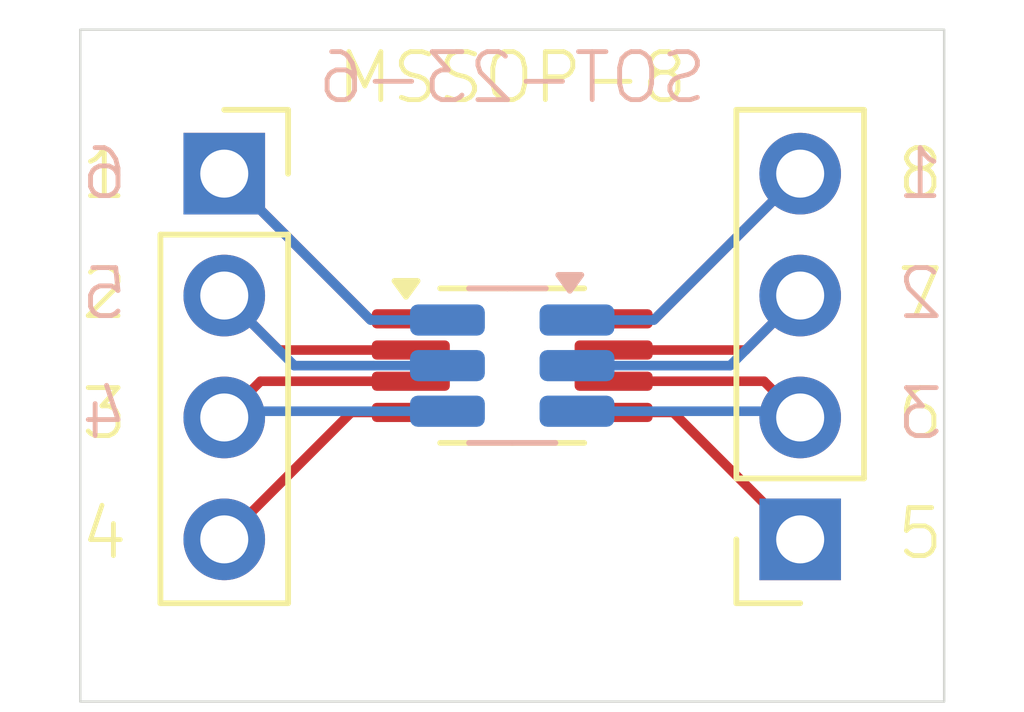
<source format=kicad_pcb>
(kicad_pcb (version 20240108) (generator "pcbnew") (generator_version "8.0")
  (layers (0 "F.Cu" signal) (31 "B.Cu" signal) (34 "B.Paste" user) (35 "F.Paste" user) (36 "B.SilkS" user "B.Silkscreen") (37 "F.SilkS" user "F.Silkscreen") (38 "B.Mask" user) (39 "F.Mask" user) (44 "Edge.Cuts" user))
  (net 0 "")
  (net 1 "Net-(J1-Pin_5)")
  (net 2 "Net-(J1-Pin_8)")
  (net 3 "Net-(J1-Pin_4)")
  (net 4 "Net-(J1-Pin_7)")
  (net 5 "Net-(J1-Pin_6)")
  (net 6 "Net-(J1-Pin_3)")
  (net 7 "Net-(J1-Pin_2)")
  (net 8 "Net-(J1-Pin_1)")
  (footprint "Package_SO:MSOP-8_3x3mm_P0.65mm" (layer "F.Cu") (at 56 54)
    (property "Reference" "J1" (hide yes))
    (property "Value" "Conn_01x08")
    (fp_line (start 0 -1.61) (end -1.5 -1.61) (stroke (width 0.12)) (layer "F.SilkS"))
    (fp_line (start 0 -1.61) (end 1.5 -1.61) (stroke (width 0.12)) (layer "F.SilkS"))
    (fp_line (start 0 1.61) (end -1.5 1.61) (stroke (width 0.12)) (layer "F.SilkS"))
    (fp_line (start 0 1.61) (end 1.5 1.61) (stroke (width 0.12)) (layer "F.SilkS"))
    (fp_poly (pts (xy -2.2125 -1.435) (xy -2.4525 -1.765) (xy -1.9725 -1.765) (xy -2.2125 -1.435)) (stroke (width 0.12)) (fill solid) (layer "F.SilkS"))
    (pad "1" smd roundrect (at -2.1125 -0.975) (size 1.625 0.4) (layers "F.Cu" "F.Paste" "F.Mask") (net 8 "Net-(J1-Pin_1)"))
    (pad "2" smd roundrect (at -2.1125 -0.325) (size 1.625 0.4) (layers "F.Cu" "F.Paste" "F.Mask") (net 7 "Net-(J1-Pin_2)"))
    (pad "3" smd roundrect (at -2.1125 0.325) (size 1.625 0.4) (layers "F.Cu" "F.Paste" "F.Mask") (net 6 "Net-(J1-Pin_3)"))
    (pad "4" smd roundrect (at -2.1125 0.975) (size 1.625 0.4) (layers "F.Cu" "F.Paste" "F.Mask") (net 3 "Net-(J1-Pin_4)"))
    (pad "5" smd roundrect (at 2.1125 0.975) (size 1.625 0.4) (layers "F.Cu" "F.Paste" "F.Mask") (net 1 "Net-(J1-Pin_5)"))
    (pad "6" smd roundrect (at 2.1125 0.325) (size 1.625 0.4) (layers "F.Cu" "F.Paste" "F.Mask") (net 5 "Net-(J1-Pin_6)"))
    (pad "7" smd roundrect (at 2.1125 -0.325) (size 1.625 0.4) (layers "F.Cu" "F.Paste" "F.Mask") (net 4 "Net-(J1-Pin_7)"))
    (pad "8" smd roundrect (at 2.1125 -0.975) (size 1.625 0.4) (layers "F.Cu" "F.Paste" "F.Mask") (net 2 "Net-(J1-Pin_8)"))
  )
  (footprint "Connector_PinSocket_2.54mm:PinSocket_1x04_P2.54mm_Vertical" (layer "F.Cu") (at 50 50)
    (property "Reference" "J2" (hide yes))
    (property "Value" "Conn_01x04")
    (fp_line (start -1.33 1.27) (end -1.33 8.95) (stroke (width 0.12)) (layer "F.SilkS"))
    (fp_line (start -1.33 1.27) (end 1.33 1.27) (stroke (width 0.12)) (layer "F.SilkS"))
    (fp_line (start -1.33 8.95) (end 1.33 8.95) (stroke (width 0.12)) (layer "F.SilkS"))
    (fp_line (start 0 -1.33) (end 1.33 -1.33) (stroke (width 0.12)) (layer "F.SilkS"))
    (fp_line (start 1.33 -1.33) (end 1.33 0) (stroke (width 0.12)) (layer "F.SilkS"))
    (fp_line (start 1.33 1.27) (end 1.33 8.95) (stroke (width 0.12)) (layer "F.SilkS"))
    (pad "1" thru_hole rect (at 0 0) (size 1.7 1.7) (drill 1) (layers "*.Cu" "*.Mask") (net 8 "Net-(J1-Pin_1)"))
    (pad "2" thru_hole oval (at 0 2.54) (size 1.7 1.7) (drill 1) (layers "*.Cu" "*.Mask") (net 7 "Net-(J1-Pin_2)"))
    (pad "3" thru_hole oval (at 0 5.08) (size 1.7 1.7) (drill 1) (layers "*.Cu" "*.Mask") (net 6 "Net-(J1-Pin_3)"))
    (pad "4" thru_hole oval (at 0 7.62) (size 1.7 1.7) (drill 1) (layers "*.Cu" "*.Mask") (net 3 "Net-(J1-Pin_4)"))
  )
  (footprint "Connector_PinSocket_2.54mm:PinSocket_1x04_P2.54mm_Vertical" (layer "F.Cu") (at 62 57.62 180)
    (property "Reference" "J3" (hide yes))
    (property "Value" "Conn_01x04")
    (fp_line (start 1.33 1.27) (end 1.33 8.95) (stroke (width 0.12)) (layer "F.SilkS"))
    (fp_line (start 1.33 -1.33) (end 1.33 0) (stroke (width 0.12)) (layer "F.SilkS"))
    (fp_line (start 0 -1.33) (end 1.33 -1.33) (stroke (width 0.12)) (layer "F.SilkS"))
    (fp_line (start -1.33 8.95) (end 1.33 8.95) (stroke (width 0.12)) (layer "F.SilkS"))
    (fp_line (start -1.33 1.27) (end 1.33 1.27) (stroke (width 0.12)) (layer "F.SilkS"))
    (fp_line (start -1.33 1.27) (end -1.33 8.95) (stroke (width 0.12)) (layer "F.SilkS"))
    (pad "1" thru_hole rect (at 0 0 180) (size 1.7 1.7) (drill 1) (layers "*.Cu" "*.Mask") (net 1 "Net-(J1-Pin_5)"))
    (pad "2" thru_hole oval (at 0 2.54 180) (size 1.7 1.7) (drill 1) (layers "*.Cu" "*.Mask") (net 5 "Net-(J1-Pin_6)"))
    (pad "3" thru_hole oval (at 0 5.08 180) (size 1.7 1.7) (drill 1) (layers "*.Cu" "*.Mask") (net 4 "Net-(J1-Pin_7)"))
    (pad "4" thru_hole oval (at 0 7.62 180) (size 1.7 1.7) (drill 1) (layers "*.Cu" "*.Mask") (net 2 "Net-(J1-Pin_8)"))
  )
  (footprint "Package_TO_SOT_SMD:SOT-23-6_Handsoldering" (layer "B.Cu") (at 56 54 180)
    (property "Reference" "J4" (hide yes))
    (property "Value" "Conn_01x06")
    (fp_line (start 0.9 1.61) (end 0.1 1.61) (stroke (width 0.12)) (layer "B.SilkS"))
    (fp_line (start 0.9 -1.61) (end -0.9 -1.61) (stroke (width 0.12)) (layer "B.SilkS"))
    (fp_line (start -0.7 1.61) (end 0.1 1.61) (stroke (width 0.12)) (layer "B.SilkS"))
    (fp_poly (pts (xy -1.2 1.56) (xy -1.44 1.89) (xy -0.96 1.89) (xy -1.2 1.56)) (stroke (width 0.12)) (fill solid) (layer "B.SilkS"))
    (pad "1" smd roundrect (at -1.35 0.95 180) (size 1.56 0.65) (layers "B.Cu" "B.Paste" "B.Mask") (net 2 "Net-(J1-Pin_8)"))
    (pad "2" smd roundrect (at -1.35 0 180) (size 1.56 0.65) (layers "B.Cu" "B.Paste" "B.Mask") (net 4 "Net-(J1-Pin_7)"))
    (pad "3" smd roundrect (at -1.35 -0.95 180) (size 1.56 0.65) (layers "B.Cu" "B.Paste" "B.Mask") (net 5 "Net-(J1-Pin_6)"))
    (pad "4" smd roundrect (at 1.35 -0.95 180) (size 1.56 0.65) (layers "B.Cu" "B.Paste" "B.Mask") (net 6 "Net-(J1-Pin_3)"))
    (pad "5" smd roundrect (at 1.35 0 180) (size 1.56 0.65) (layers "B.Cu" "B.Paste" "B.Mask") (net 7 "Net-(J1-Pin_2)"))
    (pad "6" smd roundrect (at 1.35 0.95 180) (size 1.56 0.65) (layers "B.Cu" "B.Paste" "B.Mask") (net 8 "Net-(J1-Pin_1)"))
  )
  (gr_rect (start 47 47) (end 65 61) (stroke (width 0.05)) (fill none) (layer "Edge.Cuts"))
  (gr_text "6" (at 47.5 50 -0) (layer "B.SilkS") (effects (font (size 1 1) (thickness 0.1)) (justify mirror)))
  (gr_text "4" (at 47.5 55 -0) (layer "B.SilkS") (effects (font (size 1 1) (thickness 0.1)) (justify mirror)))
  (gr_text "2" (at 64.5 52.5 -0) (layer "B.SilkS") (effects (font (size 1 1) (thickness 0.1)) (justify mirror)))
  (gr_text "5" (at 47.5 52.5 -0) (layer "B.SilkS") (effects (font (size 1 1) (thickness 0.1)) (justify mirror)))
  (gr_text "1" (at 64.5 50 -0) (layer "B.SilkS") (effects (font (size 1 1) (thickness 0.1)) (justify mirror)))
  (gr_text "SOT-23-6" (at 56 48 0) (layer "B.SilkS") (effects (font (size 1 1) (thickness 0.1)) (justify mirror)))
  (gr_text "3" (at 64.5 55 -0) (layer "B.SilkS") (effects (font (size 1 1) (thickness 0.1)) (justify mirror)))
  (gr_text "3" (at 47.5 55 0) (layer "F.SilkS") (effects (font (size 1 1) (thickness 0.1))))
  (gr_text "8" (at 64.5 50 0) (layer "F.SilkS") (effects (font (size 1 1) (thickness 0.1))))
  (gr_text "6" (at 64.5 55 0) (layer "F.SilkS") (effects (font (size 1 1) (thickness 0.1))))
  (gr_text "1" (at 47.5 50 0) (layer "F.SilkS") (effects (font (size 1 1) (thickness 0.1))))
  (gr_text "5" (at 64.5 57.5 0) (layer "F.SilkS") (effects (font (size 1 1) (thickness 0.1))))
  (gr_text "MSSOP-8" (at 56 48 0) (layer "F.SilkS") (effects (font (size 1 1) (thickness 0.1))))
  (gr_text "7" (at 64.5 52.5 0) (layer "F.SilkS") (effects (font (size 1 1) (thickness 0.1))))
  (gr_text "2" (at 47.5 52.5 0) (layer "F.SilkS") (effects (font (size 1 1) (thickness 0.1))))
  (gr_text "4" (at 47.5 57.5 0) (layer "F.SilkS") (effects (font (size 1 1) (thickness 0.1))))
  (segment (start 58.1125 54.975) (end 59.355 54.975) (width 0.2) (layer "F.Cu") (net 1))
  (segment (start 59.355 54.975) (end 62 57.62) (width 0.2) (layer "F.Cu") (net 1))
  (segment (start 58.975 53.025) (end 62 50) (width 0.2) (layer "F.Cu") (net 2))
  (segment (start 58.1125 53.025) (end 58.975 53.025) (width 0.2) (layer "F.Cu") (net 2))
  (segment (start 57.35 53.05) (end 58.95 53.05) (width 0.2) (layer "B.Cu") (net 2))
  (segment (start 58.95 53.05) (end 62 50) (width 0.2) (layer "B.Cu") (net 2))
  (segment (start 52.645 54.975) (end 50 57.62) (width 0.2) (layer "F.Cu") (net 3))
  (segment (start 53.8875 54.975) (end 52.645 54.975) (width 0.2) (layer "F.Cu") (net 3))
  (segment (start 58.1125 53.675) (end 60.865 53.675) (width 0.2) (layer "F.Cu") (net 4))
  (segment (start 60.865 53.675) (end 62 52.54) (width 0.2) (layer "F.Cu") (net 4))
  (segment (start 57.35 54) (end 60.54 54) (width 0.2) (layer "B.Cu") (net 4))
  (segment (start 60.54 54) (end 62 52.54) (width 0.2) (layer "B.Cu") (net 4))
  (segment (start 61.245 54.325) (end 62 55.08) (width 0.2) (layer "F.Cu") (net 5))
  (segment (start 58.1125 54.325) (end 61.245 54.325) (width 0.2) (layer "F.Cu") (net 5))
  (segment (start 57.35 54.95) (end 61.87 54.95) (width 0.2) (layer "B.Cu") (net 5))
  (segment (start 61.87 54.95) (end 62 55.08) (width 0.2) (layer "B.Cu") (net 5))
  (segment (start 53.8875 54.325) (end 50.755 54.325) (width 0.2) (layer "F.Cu") (net 6))
  (segment (start 50.755 54.325) (end 50 55.08) (width 0.2) (layer "F.Cu") (net 6))
  (segment (start 50.13 54.95) (end 50 55.08) (width 0.2) (layer "B.Cu") (net 6))
  (segment (start 54.65 54.95) (end 50.13 54.95) (width 0.2) (layer "B.Cu") (net 6))
  (segment (start 51.135 53.675) (end 50 52.54) (width 0.2) (layer "F.Cu") (net 7))
  (segment (start 53.8875 53.675) (end 51.135 53.675) (width 0.2) (layer "F.Cu") (net 7))
  (segment (start 54.65 54) (end 51.46 54) (width 0.2) (layer "B.Cu") (net 7))
  (segment (start 51.46 54) (end 50 52.54) (width 0.2) (layer "B.Cu") (net 7))
  (segment (start 53.8875 53.025) (end 53.025 53.025) (width 0.2) (layer "F.Cu") (net 8))
  (segment (start 53.025 53.025) (end 50 50) (width 0.2) (layer "F.Cu") (net 8))
  (segment (start 53.05 53.05) (end 50 50) (width 0.2) (layer "B.Cu") (net 8))
  (segment (start 54.65 53.05) (end 53.05 53.05) (width 0.2) (layer "B.Cu") (net 8))
)
</source>
